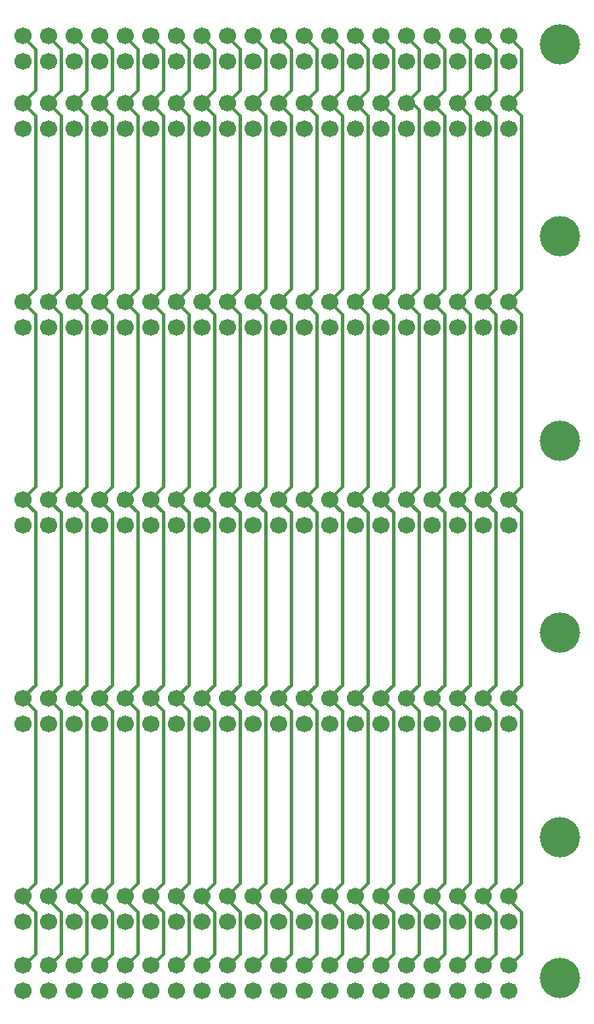
<source format=gbr>
G04 DipTrace 4.3.0.5*
G04 1 - Top.gbr*
%MOMM*%
G04 #@! TF.FileFunction,Copper,L1,Top*
G04 #@! TF.Part,Single*
G04 #@! TA.AperFunction,Conductor*
%ADD16C,0.3302*%
G04 #@! TA.AperFunction,ComponentPad*
%ADD21C,1.7*%
%ADD22C,4.0*%
%FSLAX35Y35*%
G04*
G71*
G90*
G75*
G01*
G04 Top*
%LPD*%
X0Y9483873D2*
D16*
Y9477373D1*
X127000Y9350373D1*
Y8940123D1*
X0Y8813123D1*
X127000Y8686123D1*
Y6971623D1*
X0Y6844623D1*
X127000Y6717623D1*
Y5003123D1*
X0Y4876123D1*
X31750Y4844373D2*
X127000Y4749123D1*
Y3034623D1*
X31750Y2939373D1*
X0Y2907623D2*
X127000Y2780623D1*
Y1066123D1*
X0Y939123D1*
Y911373D2*
Y904873D1*
X127000Y777873D1*
Y367623D1*
X0Y240623D1*
X254000Y9483873D2*
Y9477373D1*
X381000Y9350373D1*
Y8940123D1*
X254000Y8813123D1*
X381000Y8686123D1*
Y6971623D1*
X254000Y6844623D1*
X381000Y6717623D1*
Y5003123D1*
X254000Y4876123D1*
X285750Y4844373D2*
X381000Y4749123D1*
Y3034623D1*
X285750Y2939373D1*
X254000Y2907623D2*
X381000Y2780623D1*
Y1066123D1*
X254000Y939123D1*
Y911373D2*
Y904873D1*
X381000Y777873D1*
Y367623D1*
X254000Y240623D1*
X508000Y9483873D2*
Y9477373D1*
X635000Y9350373D1*
Y8940123D1*
X508000Y8813123D1*
X635000Y8686123D1*
Y6971623D1*
X508000Y6844623D1*
X635000Y6717623D1*
Y5003123D1*
X508000Y4876123D1*
X539750Y4844373D2*
X635000Y4749123D1*
Y3034623D1*
X539750Y2939373D1*
X508000Y2907623D2*
X635000Y2780623D1*
Y1066123D1*
X508000Y939123D1*
Y911373D2*
Y904873D1*
X635000Y777873D1*
Y367623D1*
X508000Y240623D1*
X762000Y9483873D2*
Y9477373D1*
X889000Y9350373D1*
Y8940123D1*
X762000Y8813123D1*
X889000Y8686123D1*
Y6971623D1*
X762000Y6844623D1*
X889000Y6717623D1*
Y5003123D1*
X762000Y4876123D1*
X793750Y4844373D2*
X889000Y4749123D1*
Y3034623D1*
X793750Y2939373D1*
X762000Y2907623D2*
X889000Y2780623D1*
Y1066123D1*
X762000Y939123D1*
Y911373D2*
Y904873D1*
X889000Y777873D1*
Y367623D1*
X762000Y240623D1*
X1016000Y9483873D2*
Y9477373D1*
X1143000Y9350373D1*
Y8940123D1*
X1016000Y8813123D1*
X1143000Y8686123D1*
Y6971623D1*
X1016000Y6844623D1*
X1143000Y6717623D1*
Y5003123D1*
X1016000Y4876123D1*
X1047750Y4844373D2*
X1143000Y4749123D1*
Y3034623D1*
X1047750Y2939373D1*
X1016000Y2907623D2*
X1143000Y2780623D1*
Y1066123D1*
X1016000Y939123D1*
Y911373D2*
Y904873D1*
X1143000Y777873D1*
Y367623D1*
X1016000Y240623D1*
X1270000Y9483873D2*
Y9477373D1*
X1397000Y9350373D1*
Y8940123D1*
X1270000Y8813123D1*
X1397000Y8686123D1*
Y6971623D1*
X1270000Y6844623D1*
X1397000Y6717623D1*
Y5003123D1*
X1270000Y4876123D1*
X1301750Y4844373D2*
X1397000Y4749123D1*
Y3034623D1*
X1301750Y2939373D1*
X1270000Y2907623D2*
X1397000Y2780623D1*
Y1066123D1*
X1270000Y939123D1*
Y911373D2*
Y904873D1*
X1397000Y777873D1*
Y367623D1*
X1270000Y240623D1*
X1524000Y9483873D2*
Y9477373D1*
X1651000Y9350373D1*
Y8940123D1*
X1524000Y8813123D1*
X1651000Y8686123D1*
Y6971623D1*
X1524000Y6844623D1*
X1651000Y6717623D1*
Y5003123D1*
X1524000Y4876123D1*
X1555750Y4844373D2*
X1651000Y4749123D1*
Y3034623D1*
X1555750Y2939373D1*
X1524000Y2907623D2*
X1651000Y2780623D1*
Y1066123D1*
X1524000Y939123D1*
Y911373D2*
Y904873D1*
X1651000Y777873D1*
Y367623D1*
X1524000Y240623D1*
X1778000Y9483873D2*
Y9477373D1*
X1905000Y9350373D1*
Y8940123D1*
X1778000Y8813123D1*
X1905000Y8686123D1*
Y6971623D1*
X1778000Y6844623D1*
X1905000Y6717623D1*
Y5003123D1*
X1778000Y4876123D1*
X1809750Y4844373D2*
X1905000Y4749123D1*
Y3034623D1*
X1809750Y2939373D1*
X1778000Y2907623D2*
X1905000Y2780623D1*
Y1066123D1*
X1778000Y939123D1*
Y911373D2*
Y904873D1*
X1905000Y777873D1*
Y367623D1*
X1778000Y240623D1*
X2032000Y9483873D2*
Y9477373D1*
X2159000Y9350373D1*
Y8940123D1*
X2032000Y8813123D1*
X2159000Y8686123D1*
Y6971623D1*
X2032000Y6844623D1*
X2159000Y6717623D1*
Y5003123D1*
X2032000Y4876123D1*
X2063750Y4844373D2*
X2159000Y4749123D1*
Y3034623D1*
X2063750Y2939373D1*
X2032000Y2907623D2*
X2159000Y2780623D1*
Y1066123D1*
X2032000Y939123D1*
Y911373D2*
Y904873D1*
X2159000Y777873D1*
Y367623D1*
X2032000Y240623D1*
X2286000Y9483873D2*
Y9477373D1*
X2413000Y9350373D1*
Y8940123D1*
X2286000Y8813123D1*
X2413000Y8686123D1*
Y6971623D1*
X2286000Y6844623D1*
X2413000Y6717623D1*
Y5003123D1*
X2286000Y4876123D1*
X2317750Y4844373D2*
X2413000Y4749123D1*
Y3034623D1*
X2317750Y2939373D1*
X2286000Y2907623D2*
X2413000Y2780623D1*
Y1066123D1*
X2286000Y939123D1*
Y911373D2*
Y904873D1*
X2413000Y777873D1*
Y367623D1*
X2286000Y240623D1*
X2540000Y9483873D2*
Y9477373D1*
X2667000Y9350373D1*
Y8940123D1*
X2540000Y8813123D1*
X2667000Y8686123D1*
Y6971623D1*
X2540000Y6844623D1*
X2667000Y6717623D1*
Y5003123D1*
X2540000Y4876123D1*
X2571750Y4844373D2*
X2667000Y4749123D1*
Y3034623D1*
X2571750Y2939373D1*
X2540000Y2907623D2*
X2667000Y2780623D1*
Y1066123D1*
X2540000Y939123D1*
Y911373D2*
Y904873D1*
X2667000Y777873D1*
Y367623D1*
X2540000Y240623D1*
X2794000Y9483873D2*
Y9477373D1*
X2921000Y9350373D1*
Y8940123D1*
X2794000Y8813123D1*
X2921000Y8686123D1*
Y6971623D1*
X2794000Y6844623D1*
X2921000Y6717623D1*
Y5003123D1*
X2794000Y4876123D1*
X2825750Y4844373D2*
X2921000Y4749123D1*
Y3034623D1*
X2825750Y2939373D1*
X2794000Y2907623D2*
X2921000Y2780623D1*
Y1066123D1*
X2794000Y939123D1*
Y911373D2*
Y904873D1*
X2921000Y777873D1*
Y367623D1*
X2794000Y240623D1*
X3048000Y9483873D2*
Y9477373D1*
X3175000Y9350373D1*
Y8940123D1*
X3048000Y8813123D1*
X3175000Y8686123D1*
Y6971623D1*
X3048000Y6844623D1*
X3175000Y6717623D1*
Y5003123D1*
X3048000Y4876123D1*
X3079750Y4844373D2*
X3175000Y4749123D1*
Y3034623D1*
X3079750Y2939373D1*
X3048000Y2907623D2*
X3175000Y2780623D1*
Y1066123D1*
X3048000Y939123D1*
Y911373D2*
Y904873D1*
X3175000Y777873D1*
Y367623D1*
X3048000Y240623D1*
X3302000Y9483873D2*
Y9477373D1*
X3429000Y9350373D1*
Y8940123D1*
X3302000Y8813123D1*
X3429000Y8686123D1*
Y6971623D1*
X3302000Y6844623D1*
X3429000Y6717623D1*
Y5003123D1*
X3302000Y4876123D1*
X3333750Y4844373D2*
X3429000Y4749123D1*
Y3034623D1*
X3333750Y2939373D1*
X3302000Y2907623D2*
X3429000Y2780623D1*
Y1066123D1*
X3302000Y939123D1*
Y911373D2*
Y904873D1*
X3429000Y777873D1*
Y367623D1*
X3302000Y240623D1*
X3556000Y9483873D2*
Y9477373D1*
X3683000Y9350373D1*
Y8940123D1*
X3556000Y8813123D1*
X3683000Y8686123D1*
Y6971623D1*
X3556000Y6844623D1*
X3683000Y6717623D1*
Y5003123D1*
X3556000Y4876123D1*
X3587750Y4844373D2*
X3683000Y4749123D1*
Y3034623D1*
X3587750Y2939373D1*
X3556000Y2907623D2*
X3683000Y2780623D1*
Y1066123D1*
X3556000Y939123D1*
Y911373D2*
Y904873D1*
X3683000Y777873D1*
Y367623D1*
X3556000Y240623D1*
X3810000Y9483873D2*
Y9477373D1*
X3937000Y9350373D1*
Y8940123D1*
X3810000Y8813123D1*
X3871000D1*
X3937000Y8747123D1*
Y6971623D1*
X3810000Y6844623D1*
X3937000Y6717623D1*
Y5003123D1*
X3810000Y4876123D1*
X3841750Y4844373D2*
X3937000Y4749123D1*
Y3034623D1*
X3841750Y2939373D1*
X3810000Y2907623D2*
X3937000Y2780623D1*
Y1066123D1*
X3810000Y939123D1*
Y911373D2*
Y904873D1*
X3937000Y777873D1*
Y367623D1*
X3810000Y240623D1*
X4064000Y9483873D2*
Y9477373D1*
X4191000Y9350373D1*
Y8940123D1*
X4064000Y8813123D1*
X4191000Y8686123D1*
Y6971623D1*
X4064000Y6844623D1*
X4191000Y6717623D1*
Y5003123D1*
X4064000Y4876123D1*
X4095750Y4844373D2*
X4191000Y4749123D1*
Y3034623D1*
X4095750Y2939373D1*
X4064000Y2907623D2*
X4191000Y2780623D1*
Y1066123D1*
X4064000Y939123D1*
Y911373D2*
Y904873D1*
X4191000Y777873D1*
Y367623D1*
X4064000Y240623D1*
X4318000Y9483873D2*
Y9477373D1*
X4445000Y9350373D1*
Y8940123D1*
X4318000Y8813123D1*
X4445000Y8686123D1*
Y6971623D1*
X4318000Y6844623D1*
X4445000Y6717623D1*
Y5003123D1*
X4318000Y4876123D1*
X4349750Y4844373D2*
X4445000Y4749123D1*
Y3034623D1*
X4349750Y2939373D1*
X4318000Y2907623D2*
X4445000Y2780623D1*
Y1066123D1*
X4318000Y939123D1*
Y911373D2*
Y904873D1*
X4445000Y777873D1*
Y367623D1*
X4318000Y240623D1*
X4572000Y9483873D2*
Y9477373D1*
X4699000Y9350373D1*
Y8940123D1*
X4572000Y8813123D1*
X4699000Y8686123D1*
Y6971623D1*
X4572000Y6844623D1*
X4699000Y6717623D1*
Y5003123D1*
X4572000Y4876123D1*
X4603750Y4844373D2*
X4699000Y4749123D1*
Y3034623D1*
X4603750Y2939373D1*
X4572000Y2907623D2*
X4699000Y2780623D1*
Y1066123D1*
X4572000Y939123D1*
Y911373D2*
Y904873D1*
X4699000Y777873D1*
Y367623D1*
X4572000Y240623D1*
X4826000Y9483873D2*
Y9477373D1*
X4953000Y9350373D1*
Y8940123D1*
X4826000Y8813123D1*
X4953000Y8686123D1*
Y6971623D1*
X4826000Y6844623D1*
X4953000Y6717623D1*
Y5003123D1*
X4826000Y4876123D1*
X4857750Y4844373D2*
X4953000Y4749123D1*
Y3034623D1*
X4857750Y2939373D1*
X4826000Y2907623D2*
X4953000Y2780623D1*
Y1066123D1*
X4826000Y939123D1*
Y911373D2*
Y904873D1*
X4953000Y777873D1*
Y367623D1*
X4826000Y240623D1*
D21*
Y8559123D3*
Y8813123D3*
X4572000Y8559123D3*
Y8813123D3*
X4318000Y8559123D3*
Y8813123D3*
X4064000Y8559123D3*
Y8813123D3*
X3810000Y8559123D3*
Y8813123D3*
X3556000Y8559123D3*
Y8813123D3*
X3302000Y8559123D3*
Y8813123D3*
X3048000Y8559123D3*
Y8813123D3*
X2794000Y8559123D3*
Y8813123D3*
X2540000Y8559123D3*
Y8813123D3*
X2286000Y8559123D3*
Y8813123D3*
X2032000Y8559123D3*
Y8813123D3*
X1778000Y8559123D3*
Y8813123D3*
X1524000Y8559123D3*
Y8813123D3*
X1270000Y8559123D3*
Y8813123D3*
X1016000Y8559123D3*
Y8813123D3*
X762000Y8559123D3*
Y8813123D3*
X508000Y8559123D3*
Y8813123D3*
X254000Y8559123D3*
Y8813123D3*
X0Y8559123D3*
Y8813123D3*
X4826000Y9229873D3*
Y9483873D3*
X4572000Y9229873D3*
Y9483873D3*
X4318000Y9229873D3*
Y9483873D3*
X4064000Y9229873D3*
Y9483873D3*
X3810000Y9229873D3*
Y9483873D3*
X3556000Y9229873D3*
Y9483873D3*
X3302000Y9229873D3*
Y9483873D3*
X3048000Y9229873D3*
Y9483873D3*
X2794000Y9229873D3*
Y9483873D3*
X2540000Y9229873D3*
Y9483873D3*
X2286000Y9229873D3*
Y9483873D3*
X2032000Y9229873D3*
Y9483873D3*
X1778000Y9229873D3*
Y9483873D3*
X1524000Y9229873D3*
Y9483873D3*
X1270000Y9229873D3*
Y9483873D3*
X1016000Y9229873D3*
Y9483873D3*
X762000Y9229873D3*
Y9483873D3*
X508000Y9229873D3*
Y9483873D3*
X254000Y9229873D3*
Y9483873D3*
X0Y9229873D3*
Y9483873D3*
X4826000Y6590623D3*
Y6844623D3*
X4572000Y6590623D3*
Y6844623D3*
X4318000Y6590623D3*
Y6844623D3*
X4064000Y6590623D3*
Y6844623D3*
X3810000Y6590623D3*
Y6844623D3*
X3556000Y6590623D3*
Y6844623D3*
X3302000Y6590623D3*
Y6844623D3*
X3048000Y6590623D3*
Y6844623D3*
X2794000Y6590623D3*
Y6844623D3*
X2540000Y6590623D3*
Y6844623D3*
X2286000Y6590623D3*
Y6844623D3*
X2032000Y6590623D3*
Y6844623D3*
X1778000Y6590623D3*
Y6844623D3*
X1524000Y6590623D3*
Y6844623D3*
X1270000Y6590623D3*
Y6844623D3*
X1016000Y6590623D3*
Y6844623D3*
X762000Y6590623D3*
Y6844623D3*
X508000Y6590623D3*
Y6844623D3*
X254000Y6590623D3*
Y6844623D3*
X0Y6590623D3*
Y6844623D3*
X4826000Y0D3*
Y254000D3*
X4572000Y0D3*
Y254000D3*
X4318000Y0D3*
Y254000D3*
X4064000Y0D3*
Y254000D3*
X3810000Y0D3*
Y254000D3*
X3556000Y0D3*
Y254000D3*
X3302000Y0D3*
Y254000D3*
X3048000Y0D3*
Y254000D3*
X2794000Y0D3*
Y254000D3*
X2540000Y0D3*
Y254000D3*
X2286000Y0D3*
Y254000D3*
X2032000Y0D3*
Y254000D3*
X1778000Y0D3*
Y254000D3*
X1524000Y0D3*
Y254000D3*
X1270000Y0D3*
Y254000D3*
X1016000Y0D3*
Y254000D3*
X762000Y0D3*
Y254000D3*
X508000Y0D3*
Y254000D3*
X254000Y0D3*
Y254000D3*
X0Y0D3*
Y254000D3*
X4826000Y4622123D3*
Y4876123D3*
X4572000Y4622123D3*
Y4876123D3*
X4318000Y4622123D3*
Y4876123D3*
X4064000Y4622123D3*
Y4876123D3*
X3810000Y4622123D3*
Y4876123D3*
X3556000Y4622123D3*
Y4876123D3*
X3302000Y4622123D3*
Y4876123D3*
X3048000Y4622123D3*
Y4876123D3*
X2794000Y4622123D3*
Y4876123D3*
X2540000Y4622123D3*
Y4876123D3*
X2286000Y4622123D3*
Y4876123D3*
X2032000Y4622123D3*
Y4876123D3*
X1778000Y4622123D3*
Y4876123D3*
X1524000Y4622123D3*
Y4876123D3*
X1270000Y4622123D3*
Y4876123D3*
X1016000Y4622123D3*
Y4876123D3*
X762000Y4622123D3*
Y4876123D3*
X508000Y4622123D3*
Y4876123D3*
X254000Y4622123D3*
Y4876123D3*
X0Y4622123D3*
Y4876123D3*
X4826000Y2653623D3*
Y2907623D3*
X4572000Y2653623D3*
Y2907623D3*
X4318000Y2653623D3*
Y2907623D3*
X4064000Y2653623D3*
Y2907623D3*
X3810000Y2653623D3*
Y2907623D3*
X3556000Y2653623D3*
Y2907623D3*
X3302000Y2653623D3*
Y2907623D3*
X3048000Y2653623D3*
Y2907623D3*
X2794000Y2653623D3*
Y2907623D3*
X2540000Y2653623D3*
Y2907623D3*
X2286000Y2653623D3*
Y2907623D3*
X2032000Y2653623D3*
Y2907623D3*
X1778000Y2653623D3*
Y2907623D3*
X1524000Y2653623D3*
Y2907623D3*
X1270000Y2653623D3*
Y2907623D3*
X1016000Y2653623D3*
Y2907623D3*
X762000Y2653623D3*
Y2907623D3*
X508000Y2653623D3*
Y2907623D3*
X254000Y2653623D3*
Y2907623D3*
X0Y2653623D3*
Y2907623D3*
X4826000Y685123D3*
Y939123D3*
X4572000Y685123D3*
Y939123D3*
X4318000Y685123D3*
Y939123D3*
X4064000Y685123D3*
Y939123D3*
X3810000Y685123D3*
Y939123D3*
X3556000Y685123D3*
Y939123D3*
X3302000Y685123D3*
Y939123D3*
X3048000Y685123D3*
Y939123D3*
X2794000Y685123D3*
Y939123D3*
X2540000Y685123D3*
Y939123D3*
X2286000Y685123D3*
Y939123D3*
X2032000Y685123D3*
Y939123D3*
X1778000Y685123D3*
Y939123D3*
X1524000Y685123D3*
Y939123D3*
X1270000Y685123D3*
Y939123D3*
X1016000Y685123D3*
Y939123D3*
X762000Y685123D3*
Y939123D3*
X508000Y685123D3*
Y939123D3*
X254000Y685123D3*
Y939123D3*
X0Y685123D3*
Y939123D3*
D22*
X5334000Y9398000D3*
Y7493000D3*
Y5463497D3*
Y1526497D3*
Y127000D3*
Y3558497D3*
M02*

</source>
